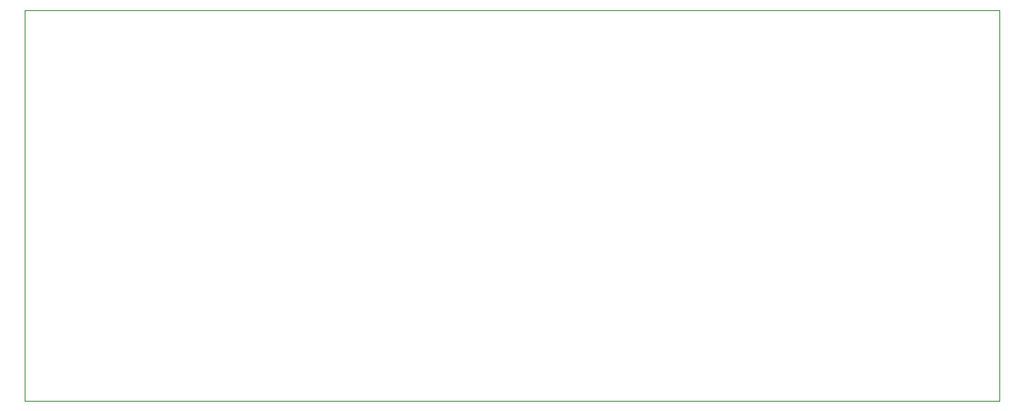
<source format=gbr>
G04*
G04 #@! TF.GenerationSoftware,Altium Limited,Altium Designer,23.2.1 (34)*
G04*
G04 Layer_Color=0*
%FSLAX25Y25*%
%MOIN*%
G70*
G04*
G04 #@! TF.SameCoordinates,78BCBE2E-08CC-4CAE-8EE4-54C03573570A*
G04*
G04*
G04 #@! TF.FilePolarity,Positive*
G04*
G01*
G75*
%ADD48C,0.00100*%
D48*
X279000Y346500D02*
X661500D01*
Y500000D01*
X279000D01*
Y346500D01*
M02*

</source>
